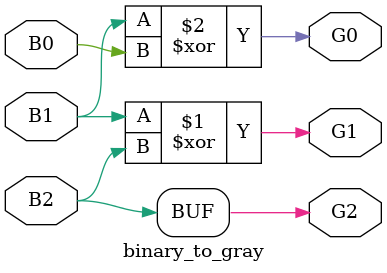
<source format=sv>
module binary_to_gray(
  input wire B2,B1,B0,
  output wire G2,G1,G0
);
  assign G2=B2;
  assign G1=B1 ^ B2;
  assign G0=B1 ^ B0;
  
endmodule

</source>
